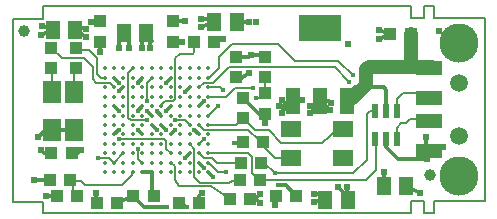
<source format=gbr>
%FSLAX25Y25*%
%MOIN*%
G04 EasyPC Gerber Version 18.0.8 Build 3632 *
%ADD72R,0.02362X0.04724*%
%ADD22R,0.03937X0.04331*%
%ADD19R,0.04134X0.04252*%
%ADD16R,0.04331X0.03937*%
%ADD20R,0.04800X0.08800*%
%ADD17R,0.05118X0.05906*%
%ADD27R,0.05906X0.07480*%
%ADD24R,0.08661X0.04724*%
%ADD21R,0.14173X0.08661*%
%ADD10C,0.00500*%
%ADD77C,0.00590*%
%ADD76C,0.01200*%
%ADD71C,0.01378*%
%ADD75C,0.01600*%
%ADD73C,0.01772*%
%ADD74C,0.02400*%
%ADD29C,0.03937*%
%ADD78C,0.04724*%
%ADD26C,0.05918*%
%ADD23R,0.04331X0.03937*%
%ADD18R,0.04252X0.04134*%
%ADD70R,0.03937X0.04331*%
%ADD25C,0.13055*%
%ADD28R,0.07087X0.05512*%
X0Y0D02*
D02*
D10*
X167322Y14305D02*
X164173D01*
Y18259*
X159803*
Y14305*
X37126*
Y17866*
X27003*
Y79126*
X37047*
Y83399*
X159763*
Y79401*
X164094*
Y83399*
X167322*
Y79165*
X184423*
Y18417*
X167322*
Y14305*
D02*
D16*
X41732Y20070D03*
X48425D03*
X99383Y19029D03*
X103911Y37927D03*
X106076Y19029D03*
X110604Y37927D03*
X152952Y74007D03*
X159645D03*
D02*
D17*
X40354Y75385D03*
X47834D03*
X64147Y74147D03*
X71628D03*
X94291Y77887D03*
X101771D03*
X131299Y18693D03*
X138779D03*
X150787Y23417D03*
X158267D03*
D02*
D18*
X56273Y71293D03*
Y78183D03*
X80486Y71293D03*
Y78183D03*
X101352Y59482D03*
Y66372D03*
X111194Y47474D03*
Y54364D03*
D02*
D19*
X39836Y34383D03*
X46726D03*
X54994Y17651D03*
X61883D03*
X82356D03*
X89246D03*
X114639Y20013D03*
X121529D03*
D02*
D70*
X103911Y45998D03*
Y52691D03*
D02*
D71*
X57651Y27887D03*
Y31037D03*
Y34187D03*
Y37336D03*
Y40486D03*
Y43635D03*
Y46785D03*
Y49935D03*
Y53084D03*
Y56234D03*
Y59383D03*
Y62533D03*
X60801Y27887D03*
Y31037D03*
Y34187D03*
Y37336D03*
Y40486D03*
Y43635D03*
Y46785D03*
Y49935D03*
Y53084D03*
Y56234D03*
Y59383D03*
Y62533D03*
X63950Y27887D03*
Y31037D03*
Y34187D03*
Y37336D03*
Y40486D03*
Y43635D03*
Y46785D03*
Y49935D03*
Y53084D03*
Y56234D03*
Y59383D03*
Y62533D03*
X67100Y27887D03*
Y31037D03*
Y34187D03*
Y37336D03*
Y40486D03*
Y43635D03*
Y46785D03*
Y49935D03*
Y53084D03*
Y56234D03*
Y59383D03*
Y62533D03*
X70250Y27887D03*
Y31037D03*
Y34187D03*
Y37336D03*
Y40486D03*
Y43635D03*
Y46785D03*
Y49935D03*
Y53084D03*
Y56234D03*
Y59383D03*
Y62533D03*
X73399Y27887D03*
Y31037D03*
Y34187D03*
Y37336D03*
Y40486D03*
Y43635D03*
Y46785D03*
Y49935D03*
Y53084D03*
Y56234D03*
Y59383D03*
Y62533D03*
X76549Y27887D03*
Y31037D03*
Y34187D03*
Y37336D03*
Y40486D03*
Y43635D03*
Y46785D03*
Y49935D03*
Y53084D03*
Y56234D03*
Y59383D03*
Y62533D03*
X79698Y27887D03*
Y31037D03*
Y34187D03*
Y37336D03*
Y40486D03*
Y43635D03*
Y46785D03*
Y49935D03*
Y53084D03*
Y56234D03*
Y59383D03*
Y62533D03*
X82848Y27887D03*
Y31037D03*
Y34187D03*
Y37336D03*
Y40486D03*
Y43635D03*
Y46785D03*
Y49935D03*
Y53084D03*
Y56234D03*
Y59383D03*
Y62533D03*
X85998Y27887D03*
Y31037D03*
Y34187D03*
Y37336D03*
Y40486D03*
Y43635D03*
Y46785D03*
Y49935D03*
Y53084D03*
Y56234D03*
Y59383D03*
Y62533D03*
X89147Y27887D03*
Y31037D03*
Y34187D03*
Y37336D03*
Y40486D03*
Y43635D03*
Y46785D03*
Y49935D03*
Y53084D03*
Y56234D03*
Y59383D03*
Y62533D03*
X92297Y27887D03*
Y31037D03*
Y34187D03*
Y37336D03*
Y40486D03*
Y43635D03*
Y46785D03*
Y49935D03*
Y53084D03*
Y56234D03*
Y59383D03*
Y62533D03*
D02*
D20*
X120402Y51711D03*
X129502D03*
X138602D03*
D02*
D21*
X129502Y76112D03*
D02*
D22*
X39344Y25328D03*
X46037D03*
X67297Y20013D03*
X73990D03*
X87572Y71391D03*
X94265D03*
X102730Y25328D03*
X103124Y31037D03*
X109423Y25328D03*
X109817Y31037D03*
D02*
D23*
X39935Y62730D03*
Y69423D03*
X48006Y62730D03*
Y69423D03*
X111194Y59777D03*
Y66470D03*
D02*
D24*
X165919Y35072D03*
Y44915D03*
Y52789D03*
Y62631D03*
D02*
D25*
X175761Y26805D03*
Y70899D03*
D02*
D26*
Y39946D03*
Y57757D03*
D02*
D27*
X40106Y42077D03*
Y54705D03*
X47383Y42077D03*
Y54705D03*
D02*
D28*
X119856Y32809D03*
Y42257D03*
X137179Y32809D03*
Y42257D03*
D02*
D29*
X30683Y74992D03*
X166023Y26960D03*
D02*
D72*
X147809Y39108D03*
Y48163D03*
X151549Y39108D03*
Y48163D03*
X155289Y39108D03*
Y48163D03*
D02*
D73*
X62376Y38911D03*
Y42061D03*
Y48360D03*
Y57809D03*
X62572Y54856D03*
X68675Y35761D03*
Y42061D03*
Y48360D03*
Y57809D03*
X71824Y48360D03*
X74974Y42061D03*
Y48360D03*
X78124Y42061D03*
Y48360D03*
Y57809D03*
X81273Y42061D03*
X84423Y32612D03*
Y54659D03*
X87572Y42061D03*
X90722Y29462D03*
Y38911D03*
Y51509D03*
X93872Y26313D03*
X98202Y27887D03*
X100958Y37730D03*
X108045Y52494D03*
X114344Y27494D03*
D02*
D74*
X34226Y25328D03*
X35407Y39502D03*
X36574Y73574D03*
X36588Y35171D03*
X36653Y76488D03*
X37992Y20070D03*
X49777Y35368D03*
X51574Y73023D03*
Y75582D03*
X53124Y78084D03*
X54895Y20998D03*
X56273Y68045D03*
X62598Y69423D03*
X65748D03*
X70078D03*
X72834D03*
X83635Y71194D03*
X84620Y78281D03*
X89960Y76370D03*
Y79126D03*
X90131Y20998D03*
X97218Y72376D03*
X105708Y77887D03*
X105880Y60958D03*
X106470Y67061D03*
X108267Y77887D03*
X109448Y17708D03*
Y20661D03*
X111194Y44423D03*
X114541Y17061D03*
X115722Y49935D03*
X116706Y52100D03*
X116903Y47572D03*
X123596Y52100D03*
X126155Y47572D03*
Y49935D03*
X127362Y17905D03*
Y20661D03*
X132848Y48557D03*
X133045Y51116D03*
X135433Y23023D03*
X138582D03*
X138950Y70604D03*
X149212Y72433D03*
Y75189D03*
X150787Y27944D03*
X162795Y21055D03*
X164935Y39502D03*
X165131Y32317D03*
X169069Y75033D03*
X170446Y36155D03*
D02*
D75*
X55486Y32612D03*
X71824Y45210D03*
Y51509D03*
X78517Y16470D03*
X81273Y45210D03*
X85210Y16273D03*
X95446Y50131D03*
X97218Y55250D03*
X107257Y56037D03*
X115328Y23557D03*
X139147Y58006D03*
X140328Y60171D03*
D02*
D76*
X39344Y25328D02*
X34226D01*
X39836Y34383D02*
X37376D01*
X36588Y35171*
X40106Y42077D02*
X37983D01*
X35407Y39502*
X40354Y75385D02*
X36574Y73574D01*
X40354Y75385D02*
X36653Y76488D01*
X41732Y20070D02*
X37992D01*
X46726Y34383D02*
X48793D01*
X49777Y35368*
X47383Y42077D02*
X40106D01*
X47834Y75385D02*
X51574Y73023D01*
X47834Y75385D02*
X46063D01*
Y76763*
X51574Y75582*
X54895Y20998D02*
Y17750D01*
X54994Y17651*
X56273Y71293D02*
Y68045D01*
Y78183D02*
X53222D01*
X53124Y78084*
X60801Y40486D02*
X62376Y42061D01*
X60801Y49935D02*
X62376Y48360D01*
X60801Y59383D02*
X62376Y57809D01*
X62598Y69423D02*
Y71588D01*
X62376*
X64147Y74147*
X63950Y56234D02*
X62572Y54856D01*
X64147Y74147D02*
X65748Y72572D01*
Y69423*
X67297Y20013D02*
X61883Y17651D01*
X70250Y27887D02*
Y28084D01*
X73596*
Y20013*
X73990*
X70250Y40486D02*
X68675Y42061D01*
X70250Y49935D02*
X68675Y48360D01*
X70250Y59383D02*
X68675Y57809D01*
X71628Y74147D02*
X72612D01*
X70078Y71614*
Y69423*
X72834D02*
Y71785D01*
X73399*
X71628Y74147*
X73399Y27887D02*
X70250D01*
X73399Y43635D02*
X74974Y42061D01*
X73399Y46785D02*
X71824Y48360D01*
X76549Y43635D02*
X78124Y42061D01*
X76549Y46785D02*
X74974Y48360D01*
X78517Y16470D02*
X70840D01*
X67297Y20013*
X79698Y40486D02*
X81273Y42061D01*
X79698Y49935D02*
X78124Y48360D01*
X79698Y59383D02*
X78124Y57809D01*
X80486Y71293D02*
X83537D01*
X83635Y71194*
X80486Y78183D02*
Y78281D01*
X84620*
X82356Y17651D02*
X85210Y16273D01*
X85998Y34187D02*
X84423Y32612D01*
X85998Y56234D02*
X84423Y54659D01*
X89147Y31037D02*
X90722Y29462D01*
X89147Y40486D02*
X87572Y42061D01*
X89147Y49935D02*
X90722Y51509D01*
X89246Y17651D02*
Y20112D01*
X90131Y20998*
X92297Y27887D02*
X93872Y26313D01*
X94265Y71391D02*
X97218Y72376D01*
X94291Y77887D02*
X93478D01*
Y78872*
X89960Y79126*
X94291Y77887D02*
X89960Y76370D01*
X101352Y59482D02*
X101943D01*
Y58399*
X105880Y60958*
X101352Y66372D02*
X105781D01*
X106470Y67061*
X101771Y77887D02*
X105708D01*
X103911Y37927D02*
Y37730D01*
X100958*
X106076Y19029D02*
X108128D01*
X109448Y17708*
X106076Y19029D02*
X107817D01*
X109448Y20661*
X111194Y47474D02*
X109128D01*
X103911Y52691*
X111194Y47474D02*
Y44423D01*
Y66470D02*
Y67061D01*
X106470*
X114639Y20013D02*
X114541Y17061D01*
X116903Y47572D02*
Y48213D01*
X120402Y51711*
Y50328*
X117695*
X117302Y49935*
X115722*
X120402Y51711D02*
X123207D01*
X123596Y52100*
X120402Y51711D02*
Y50919D01*
X117887*
X116706Y52100*
X121529Y20013D02*
X118084Y23557D01*
X115328*
X126155Y49935D02*
X127725D01*
X129502Y51711*
Y50919*
X126155Y47572*
X129502Y51711D02*
X132848Y48557D01*
X129502Y51711D02*
X132450D01*
X133045Y51116*
X131299Y18693D02*
X127362Y17905D01*
X131299Y18693D02*
X130486D01*
Y20661*
X127362*
X138779Y18693D02*
Y19677D01*
X135433Y23023*
X138779Y18693D02*
X138582Y23023D01*
X150787Y23417D02*
Y27944D01*
X151549Y48163D02*
Y55250D01*
X150761Y56234*
X141165*
X138602Y53670*
Y51711*
X152952Y74007D02*
X149212Y72433D01*
X152952Y74007D02*
X149212Y75189D01*
X158267Y23417D02*
X162795Y21055D01*
X165131Y32317D02*
X155387D01*
X151549Y36155*
Y39108*
X165919Y35072D02*
X164935Y36647D01*
Y39502*
X165919Y35072D02*
X167494D01*
Y36155*
X170446*
X165919Y35072D02*
X165131Y32317D01*
D02*
D77*
X40106Y54705D02*
Y62559D01*
X39935Y62730*
X46037Y25328D02*
Y24935D01*
X49777*
X51155Y23557*
X63360*
X66706Y26903*
Y27887*
X67100*
X47383Y54705D02*
Y62108D01*
X48006Y62730*
X48425Y20070D02*
X47809D01*
Y20630*
X47244Y21194*
Y25328*
X46037*
X57651Y59383D02*
X56470D01*
X55092Y60761*
Y66076*
X52533Y68635*
X48793*
X48006Y69423*
X60801Y31037D02*
X63950Y34187D01*
X60801Y31037D02*
X59226Y32612D01*
X55486*
X60801Y56234D02*
Y56431D01*
X59423Y57809*
X54895*
X53714Y58990*
Y63124*
X50958Y65880*
X43478*
X39935Y69423*
X67100Y62533D02*
X65525Y60958D01*
Y45998*
X66313Y45210*
X71824*
X70250Y31037D02*
X70053D01*
X68675Y32415*
Y35761*
X73399Y59383D02*
X71824Y57809D01*
Y51509*
X76549Y49935D02*
Y50328D01*
X77730Y51509*
X80486*
X81273Y52297*
Y65880*
X82848Y67454*
X86982*
X87572Y68045*
Y71391*
X79698Y31037D02*
X81273Y30053D01*
Y25328*
X82454Y23163*
X93084*
X99383Y19029*
X79698Y34187D02*
X78124Y35761D01*
Y38320*
X77533Y38911*
X62376*
X85998Y43635D02*
X84620Y45210D01*
X81273*
X89147Y37336D02*
X90722Y38911D01*
X89147Y56234D02*
X90722Y57809D01*
X93675*
X98990Y63124*
X134423*
X139147Y58006*
X92297Y31037D02*
X92691D01*
Y30643*
X95446Y27887*
X98202*
X92297Y43635D02*
X101549D01*
X103911Y45998*
X92297Y46785D02*
X95446Y49935D01*
Y50131*
X92297Y53084D02*
X98202D01*
X101155Y56037*
X107257*
X92297Y56234D02*
X96234D01*
X97218Y55250*
X92297Y59383D02*
X92494D01*
X95840Y62730*
Y66470*
X99974Y70604*
X115328*
X121037Y64895*
X135604*
X140328Y60171*
X102730Y25328D02*
X100171Y25131D01*
X99187Y24344*
X89541*
X87572Y26313*
Y35761*
X85998Y37336*
X103124Y31037D02*
X95053D01*
X93478Y32612*
X90722*
X89147Y34187*
X108045Y52494D02*
X109324D01*
X111194Y54364*
X109423Y25328D02*
X144659D01*
X148006Y28675*
Y39108*
X147809*
X109423Y25328D02*
X109029D01*
X106667Y27691*
Y33006*
X105486Y34187*
X92297*
X109817Y31037D02*
X110801D01*
X114344Y27494*
X110604Y37927D02*
Y36746D01*
X114541Y32809*
X119856*
X110604Y37927D02*
X109029D01*
Y38517*
X105486Y42061*
X90722*
X89147Y43635*
X111194Y59777D02*
Y54364D01*
X114344Y27494D02*
X140525D01*
X145053Y32021*
Y47179*
X146037Y48163*
X147809*
X137179Y42257D02*
X135407D01*
X130092Y37730*
X116509*
X112376Y42061*
X107848*
X105486Y44423*
Y45998*
X103911*
X165919Y44915D02*
Y45604D01*
X159620*
X158045Y44226*
X156470*
X155092Y42651*
Y39108*
X155289*
X165919Y52789D02*
X164935D01*
Y54265*
X157159*
X155092Y52198*
Y48163*
X155289*
D02*
D78*
X165919Y62631D02*
X166313D01*
Y62730*
X159817Y62828*
X159645Y74007*
X165919Y62631D02*
Y62927D01*
X165131Y62828*
X166706*
Y62927*
X145643*
X144659Y62235*
Y56824*
X140333Y52498*
X138602*
Y51711*
X0Y0D02*
M02*

</source>
